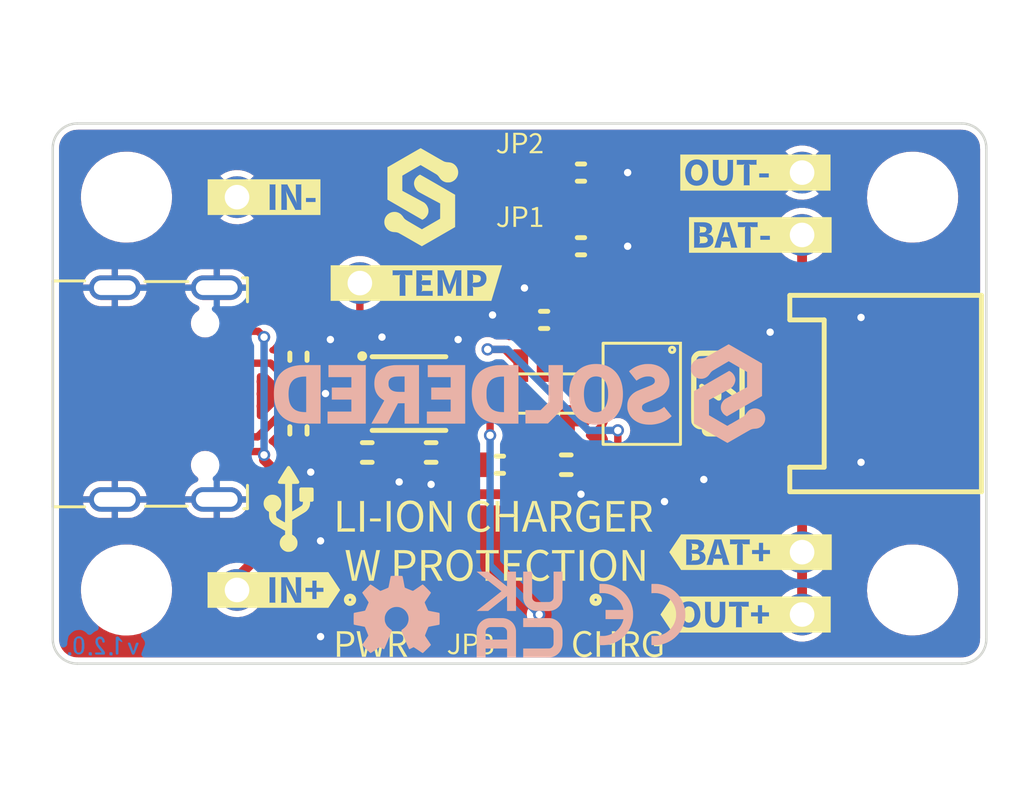
<source format=kicad_pcb>
(kicad_pcb (version 20211014) (generator pcbnew)
  (title_block (title "Li-ion charger with protection") (date "2024-07-15") (rev "V1.2.0.") (company "SOLDERED") (comment 1 "333014"))
  (layers (0 "F.Cu" mixed) (31 "B.Cu" signal) (34 "B.Paste" user) (35 "F.Paste" user) (36 "B.SilkS" user "B.Silkscreen") (37 "F.SilkS" user "F.Silkscreen") (38 "B.Mask" user) (39 "F.Mask" user) (44 "Edge.Cuts" user))
  (net 0 "")
  (net 1 "VUSB")
  (net 2 "GND")
  (net 3 "VBAT")
  (net 4 "GND_ISO")
  (net 5 "Net-(C3-Pad1)")
  (net 6 "Net-(D1-Pad1)")
  (net 7 "Net-(D2-Pad2)")
  (net 8 "PROG")
  (net 9 "Net-(JP1-Pad1)")
  (net 10 "Net-(JP2-Pad1)")
  (net 14 "Net-(K1-PadB5)")
  (net 18 "Net-(K1-PadA5)")
  (net 19 "TEMP")
  (net 20 "Net-(R6-Pad1)")
  (net 23 "OC")
  (net 24 "OD")
  (net 27 "Net-(JP3-Pad2)")
  (net 28 "Net-(R7-Pad2)")
  (footprint "e-radionica.com footprinti:HOLE_3.2mm" (layer "F.Cu") (at 128 110 -90)
    (fp_text reference "H4" hide)
    (fp_text value "HOLE_3.2mm" hide)
    (pad "" np_thru_hole circle locked (at 0 0 270) (size 3.2 3.2) (drill 3.2) (layers F&B.Cu *.Mask))
  )
  (footprint "kibuzzard-66950417" (layer "F.Cu") (at 111 109)
    (fp_text reference "kibuzzard-66950417" hide)
    (fp_text value "G***" hide)
  )
  (footprint "Soldered Graphics:Logo-Back-UKCA-3.5mm" (layer "F.Cu") (at 112 111)
    (fp_text reference "REF**" hide)
    (fp_text value "Logo-Back-UKCA-3.5mm" hide)
  )
  (footprint "e-radionica.com footprinti:0402LED" (layer "F.Cu") (at 116 111 180)
    (fp_text reference "D2")
    (fp_text value "red")
    (pad "1" smd rect locked (at -0.55 0 270) (size 0.75 0.45) (layers "F.Cu" "F.Paste" "F.Mask") (net 1 "VUSB"))
    (pad "2" smd rect locked (at 0.55 0 270) (size 0.75 0.45) (layers "F.Cu" "F.Paste" "F.Mask") (net 7 "Net-(D2-Pad2)"))
  )
  (footprint "e-radionica.com footprinti:TP4056M-MSOP8" (layer "F.Cu") (at 107.5 102)
    (fp_text reference "U1")
    (fp_text value "TP4056M")
    (pad "1" smd rect locked (at -1.975 -0.975) (size 1.35 0.45) (layers "F.Cu" "F.Paste" "F.Mask") (net 19 "TEMP"))
    (pad "2" smd rect locked (at -1.975 -0.325) (size 1.35 0.45) (layers "F.Cu" "F.Paste" "F.Mask") (net 8 "PROG"))
    (pad "3" smd rect locked (at -1.975 0.325) (size 1.35 0.45) (layers "F.Cu" "F.Paste" "F.Mask") (net 2 "GND"))
    (pad "4" smd rect locked (at -1.975 0.975) (size 1.35 0.45) (layers "F.Cu" "F.Paste" "F.Mask") (net 1 "VUSB"))
    (pad "5" smd rect locked (at 1.975 0.975) (size 1.35 0.45) (layers "F.Cu" "F.Paste" "F.Mask") (net 3 "VBAT"))
    (pad "6" smd rect locked (at 1.975 0.325) (size 1.35 0.45) (layers "F.Cu" "F.Paste" "F.Mask"))
    (pad "7" smd rect locked (at 1.975 -0.325) (size 1.35 0.45) (layers "F.Cu" "F.Paste" "F.Mask") (net 20 "Net-(R6-Pad1)"))
    (pad "8" smd rect locked (at 1.975 -0.975) (size 1.35 0.45) (layers "F.Cu" "F.Paste" "F.Mask") (net 1 "VUSB"))
  )
  (footprint "e-radionica.com footprinti:0603C" (layer "F.Cu") (at 113.9 104.9)
    (fp_text reference "C3")
    (fp_text value "100n")
    (pad "1" smd rect locked (at -0.73 0) (size 0.66 1) (layers "F.Cu" "F.Paste" "F.Mask") (net 5 "Net-(C3-Pad1)"))
    (pad "2" smd rect locked (at 0.73 0) (size 0.66 1) (layers "F.Cu" "F.Paste" "F.Mask") (net 4 "GND_ISO"))
  )
  (footprint "e-radionica.com footprinti:Sot23-6" (layer "F.Cu") (at 113 102 -90)
    (fp_text reference "U2")
    (fp_text value "DW01 (C686633)")
    (pad "1" smd rect locked (at -1.1375 -0.95 270) (size 1.325 0.6) (layers "F.Cu" "F.Paste" "F.Mask") (net 24 "OD"))
    (pad "2" smd rect locked (at -1.1375 0 270) (size 1.325 0.6) (layers "F.Cu" "F.Paste" "F.Mask") (net 28 "Net-(R7-Pad2)"))
    (pad "3" smd rect locked (at -1.1375 0.95 270) (size 1.325 0.6) (layers "F.Cu" "F.Paste" "F.Mask") (net 23 "OC"))
    (pad "4" smd rect locked (at 1.1375 0.95 270) (size 1.325 0.6) (layers "F.Cu" "F.Paste" "F.Mask"))
    (pad "5" smd rect locked (at 1.1375 0 270) (size 1.325 0.6) (layers "F.Cu" "F.Paste" "F.Mask") (net 5 "Net-(C3-Pad1)"))
    (pad "6" smd rect locked (at 1.1375 -0.95 270) (size 1.325 0.6) (layers "F.Cu" "F.Paste" "F.Mask") (net 4 "GND_ISO"))
  )
  (footprint "kibuzzard-66950472" (layer "F.Cu") (at 102 110)
    (fp_text reference "kibuzzard-66950472" hide)
    (fp_text value "G***" hide)
  )
  (footprint "e-radionica.com footprinti:0603R" (layer "F.Cu") (at 111.2 104.9 180)
    (fp_text reference "R8")
    (fp_text value "100R")
    (pad "1" smd rect locked (at -0.775 0 270) (size 1 0.64) (layers "F.Cu" "F.Paste" "F.Mask") (net 5 "Net-(C3-Pad1)"))
    (pad "2" smd rect locked (at 0.775 0 270) (size 1 0.64) (layers "F.Cu" "F.Paste" "F.Mask") (net 3 "VBAT"))
  )
  (footprint "kibuzzard-669504EC" (layer "F.Cu") (at 112 94.8)
    (fp_text reference "kibuzzard-669504EC" hide)
    (fp_text value "G***" hide)
  )
  (footprint "e-radionica.com footprinti:0402R" (layer "F.Cu") (at 108 111 180)
    (fp_text reference "R3")
    (fp_text value "2k2")
    (pad "1" smd rect locked (at -0.5 0 270) (size 0.64 0.54) (layers "F.Cu" "F.Paste" "F.Mask") (net 27 "Net-(JP3-Pad2)"))
    (pad "2" smd rect locked (at 0.5 0 270) (size 0.64 0.54) (layers "F.Cu" "F.Paste" "F.Mask") (net 6 "Net-(D1-Pad1)"))
  )
  (footprint "e-radionica.com footprinti:U262-161N-4BVC11" (layer "F.Cu") (at 96 102 90)
    (fp_text reference "K1")
    (fp_text value "U262-161N-4BVC11")
    (pad "" np_thru_hole circle (at 2.862 3.2 270) (size 0.65 0.65) (drill 0.65) (layers F&B.Cu *.Mask))
    (pad "" np_thru_hole circle (at -2.913 3.2 270) (size 0.65 0.65) (drill 0.65) (layers F&B.Cu *.Mask))
    (pad "A1" smd rect (at 3.337 4.475 270) (size 0.3 1.15) (layers "F.Cu" "F.Paste" "F.Mask") (net 2 "GND"))
    (pad "A4" smd rect (at 2.537 4.475 270) (size 0.3 1.15) (layers "F.Cu" "F.Paste" "F.Mask") (net 1 "VUSB"))
    (pad "A5" smd rect (at 1.237 4.475 270) (size 0.3 1.15) (layers "F.Cu" "F.Paste" "F.Mask") (net 18 "Net-(K1-PadA5)"))
    (pad "A6" smd rect (at 0.237 4.475 270) (size 0.3 1.15) (layers "F.Cu" "F.Paste" "F.Mask"))
    (pad "A7" smd rect (at -0.263 4.475 270) (size 0.3 1.15) (layers "F.Cu" "F.Paste" "F.Mask"))
    (pad "A8" smd rect (at -1.263 4.475 270) (size 0.3 1.15) (layers "F.Cu" "F.Paste" "F.Mask"))
    (pad "A9" smd rect (at -2.563 4.475 270) (size 0.3 1.15) (layers "F.Cu" "F.Paste" "F.Mask") (net 1 "VUSB"))
    (pad "A12" smd rect (at -3.338 4.475 270) (size 0.3 1.15) (layers "F.Cu" "F.Paste" "F.Mask") (net 2 "GND"))
    (pad "B1" smd rect (at -3.138 4.475 270) (size 0.3 1.15) (layers "F.Cu" "F.Paste" "F.Mask") (net 2 "GND"))
    (pad "B4" smd rect (at -2.363 4.475 270) (size 0.3 1.15) (layers "F.Cu" "F.Paste" "F.Mask") (net 1 "VUSB"))
    (pad "B5" smd rect (at -1.763 4.475 270) (size 0.3 1.15) (layers "F.Cu" "F.Paste" "F.Mask") (net 14 "Net-(K1-PadB5)"))
    (pad "B6" smd rect (at -0.763 4.475 270) (size 0.3 1.15) (layers "F.Cu" "F.Paste" "F.Mask"))
    (pad "B7" smd rect (at 0.737 4.475 270) (size 0.3 1.15) (layers "F.Cu" "F.Paste" "F.Mask"))
    (pad "B8" smd rect (at 1.737 4.475 270) (size 0.3 1.15) (layers "F.Cu" "F.Paste" "F.Mask"))
    (pad "B9" smd rect (at 2.337 4.475 270) (size 0.3 1.15) (layers "F.Cu" "F.Paste" "F.Mask") (net 1 "VUSB"))
    (pad "B12" smd rect (at 3.112 4.475 270) (size 0.3 1.15) (layers "F.Cu" "F.Paste" "F.Mask") (net 2 "GND"))
    (pad "SH" thru_hole oval (at -4.313 -0.475 270) (size 1 2.1) (drill oval 0.6 1.7) (layers *.Cu *.Mask) (net 2 "GND"))
    (pad "SH" thru_hole oval (at 4.312 3.675 270) (size 1 2.1) (drill oval 0.6 1.7) (layers *.Cu *.Mask) (net 2 "GND"))
    (pad "SH" thru_hole oval (at 4.312 -0.475 270) (size 1 2.1) (drill oval 0.6 1.7) (layers *.Cu *.Mask) (net 2 "GND"))
    (pad "SH" thru_hole oval (at -4.313 3.675 270) (size 1 2.1) (drill oval 0.6 1.7) (layers *.Cu *.Mask) (net 2 "GND"))
  )
  (footprint "kibuzzard-66950480" (layer "F.Cu") (at 101.6 94)
    (fp_text reference "kibuzzard-66950480" hide)
    (fp_text value "G***" hide)
  )
  (footprint "Soldered Graphics:Symbol-Front-USB" (layer "F.Cu") (at 102.6 106.7)
    (fp_text reference "G***" hide)
    (fp_text value "LOGO" hide)
  )
  (footprint "kibuzzard-66950404" (layer "F.Cu") (at 111 107)
    (fp_text reference "kibuzzard-66950404" hide)
    (fp_text value "G***" hide)
  )
  (footprint "e-radionica.com footprinti:0603R" (layer "F.Cu") (at 114.5 96 180)
    (fp_text reference "R4")
    (fp_text value "4k7")
    (pad "1" smd rect locked (at -0.775 0 270) (size 1 0.64) (layers "F.Cu" "F.Paste" "F.Mask") (net 2 "GND"))
    (pad "2" smd rect locked (at 0.775 0 270) (size 1 0.64) (layers "F.Cu" "F.Paste" "F.Mask") (net 9 "Net-(JP1-Pad1)"))
  )
  (footprint "kibuzzard-669504B1" (layer "F.Cu") (at 121.2 111)
    (fp_text reference "kibuzzard-669504B1" hide)
    (fp_text value "G***" hide)
  )
  (footprint "kibuzzard-66950503" (layer "F.Cu") (at 110 112.2)
    (fp_text reference "kibuzzard-66950503" hide)
    (fp_text value "G***" hide)
  )
  (footprint "Soldered Graphics:Logo-Back-OSH-3.5mm" (layer "F.Cu") (at 107 111)
    (fp_text reference "G***" hide)
    (fp_text value "LOGO" hide)
  )
  (footprint "e-radionica.com footprinti:HOLE_3.2mm" (layer "F.Cu") (at 96 94 -90)
    (fp_text reference "H1" hide)
    (fp_text value "HOLE_3.2mm" hide)
    (pad "" np_thru_hole circle locked (at 0 0 270) (size 3.2 3.2) (drill 3.2) (layers F&B.Cu *.Mask))
  )
  (footprint "Soldered Graphics:Symbol-Front-Battery" (layer "F.Cu") (at 120 102 -90)
    (fp_text reference "G***" hide)
    (fp_text value "LOGO" hide)
  )
  (footprint "e-radionica.com footprinti:FIDUCIAL_23" (layer "F.Cu") (at 95.5 102 -90)
    (fp_text reference "FD1")
    (fp_text value "FIDUCIAL")
    (fp_circle (center 0 0) (end 1 0) (layer "F.Cu") (width 0.2) (fill none))
    (pad "1" smd circle (at 0 0 270) (size 1 1) (layers "F.Cu" "F.Paste" "F.Mask") (clearance 1.1))
  )
  (footprint "e-radionica.com footprinti:JST-2pin-SMD" (layer "F.Cu") (at 126 102 -90)
    (fp_text reference "K7")
    (fp_text value "JST-2pin-SMD")
    (pad "" smd rect locked (at 3.3 -3.15 270) (size 1 3) (layers "F.Cu" "F.Paste" "F.Mask"))
    (pad "" smd rect locked (at -3.3 -3.15 270) (size 1 3) (layers "F.Cu" "F.Paste" "F.Mask"))
    (pad "1" smd rect locked (at 1 3.15 270) (size 1.1 2) (layers "F.Cu" "F.Paste" "F.Mask") (net 3 "VBAT"))
    (pad "2" smd rect locked (at -1 3.15 270) (size 1.1 2) (layers "F.Cu" "F.Paste" "F.Mask") (net 4 "GND_ISO"))
  )
  (footprint "e-radionica.com footprinti:0402LED" (layer "F.Cu") (at 106 111 180)
    (fp_text reference "D1")
    (fp_text value "purple")
    (pad "1" smd rect locked (at -0.55 0 270) (size 0.75 0.45) (layers "F.Cu" "F.Paste" "F.Mask") (net 6 "Net-(D1-Pad1)"))
    (pad "2" smd rect locked (at 0.55 0 270) (size 0.75 0.45) (layers "F.Cu" "F.Paste" "F.Mask") (net 2 "GND"))
  )
  (footprint "e-radionica.com footprinti:0402R" (layer "F.Cu") (at 114 111)
    (fp_text reference "R6")
    (fp_text value "2k2")
    (pad "1" smd rect locked (at -0.5 0 90) (size 0.64 0.54) (layers "F.Cu" "F.Paste" "F.Mask") (net 20 "Net-(R6-Pad1)"))
    (pad "2" smd rect locked (at 0.5 0 90) (size 0.64 0.54) (layers "F.Cu" "F.Paste" "F.Mask") (net 7 "Net-(D2-Pad2)"))
  )
  (footprint "kibuzzard-66950510" (layer "F.Cu") (at 106 112.2)
    (fp_text reference "kibuzzard-66950510" hide)
    (fp_text value "G***" hide)
  )
  (footprint "kibuzzard-669504E0" (layer "F.Cu") (at 112 91.8)
    (fp_text reference "kibuzzard-669504E0" hide)
    (fp_text value "G***" hide)
  )
  (footprint "Soldered Graphics:Logo-Back-SolderedFULL-20mm" (layer "F.Cu") (at 112 102)
    (fp_text reference "REF**" hide)
    (fp_text value "Logo-Front-SolderedFULL-20mm" hide)
  )
  (footprint "kibuzzard-6695049F" (layer "F.Cu") (at 121.8 95.54)
    (fp_text reference "kibuzzard-6695049F" hide)
    (fp_text value "G***" hide)
  )
  (footprint "kibuzzard-669504CA" (layer "F.Cu") (at 107.8 97.5)
    (fp_text reference "kibuzzard-669504CA" hide)
    (fp_text value "G***" hide)
  )
  (footprint "e-radionica.com footprinti:SMD_JUMPER" (layer "F.Cu") (at 112 96 180)
    (fp_text reference "JP1")
    (fp_text value "SMD_JUMPER")
    (pad "1" smd rect locked (at -0.35 0 180) (size 0.5 1) (layers "F.Cu" "F.Mask") (net 9 "Net-(JP1-Pad1)"))
    (pad "2" smd rect locked (at 0.35 0 180) (size 0.5 1) (layers "F.Cu" "F.Mask") (net 8 "PROG"))
  )
  (footprint "e-radionica.com footprinti:0603R" (layer "F.Cu") (at 114.5 93 180)
    (fp_text reference "R5")
    (fp_text value "2k49")
    (pad "1" smd rect locked (at -0.775 0 270) (size 1 0.64) (layers "F.Cu" "F.Paste" "F.Mask") (net 2 "GND"))
    (pad "2" smd rect locked (at 0.775 0 270) (size 1 0.64) (layers "F.Cu" "F.Paste" "F.Mask") (net 10 "Net-(JP2-Pad1)"))
  )
  (footprint "e-radionica.com footprinti:0603R" (layer "F.Cu") (at 113 99)
    (fp_text reference "R7")
    (fp_text value "1k")
    (pad "1" smd rect locked (at -0.775 0 90) (size 1 0.64) (layers "F.Cu" "F.Paste" "F.Mask") (net 2 "GND"))
    (pad "2" smd rect locked (at 0.775 0 90) (size 1 0.64) (layers "F.Cu" "F.Paste" "F.Mask") (net 28 "Net-(R7-Pad2)"))
  )
  (footprint "e-radionica.com footprinti:SMD-JUMPER-CONNECTED_TRACE_SLODERMASK" (layer "F.Cu") (at 110 111 180)
    (fp_text reference "JP3")
    (fp_text value "SMD-JUMPER-CONNECTED_TRACE_SLODERMASK")
    (fp_poly (pts (xy 0.1 0.1) (xy -0.1 0.1) (xy -0.1 -0.1) (xy 0.1 -0.1)) (layer "F.Cu") (width 0.1) (fill solid))
    (pad "1" smd rect locked (at -0.35 0 180) (size 0.5 1) (layers "F.Cu" "F.Mask") (net 1 "VUSB"))
    (pad "2" smd rect locked (at 0.35 0 180) (size 0.5 1) (layers "F.Cu" "F.Mask") (net 27 "Net-(JP3-Pad2)"))
  )
  (footprint "Soldered Graphics:Logo-Front-Soldered-4mm" (layer "F.Cu") (at 108 94)
    (fp_text reference "G***" hide)
    (fp_text value "LOGO" hide)
  )
  (footprint "e-radionica.com footprinti:TSSOP8" (layer "F.Cu") (at 117 102 -90)
    (fp_text reference "U3")
    (fp_text value "FS8205A")
    (pad "1" smd rect locked (at -2.95 -0.975 270) (size 1.45 0.45) (layers "F.Cu" "F.Paste" "F.Mask"))
    (pad "2" smd rect locked (at -2.95 -0.325 270) (size 1.45 0.45) (layers "F.Cu" "F.Paste" "F.Mask") (net 4 "GND_ISO"))
    (pad "3" smd rect locked (at -2.95 0.325 270) (size 1.45 0.45) (layers "F.Cu" "F.Paste" "F.Mask") (net 4 "GND_ISO"))
    (pad "4" smd rect locked (at -2.95 0.975 270) (size 1.45 0.45) (layers "F.Cu" "F.Paste" "F.Mask") (net 24 "OD"))
    (pad "5" smd rect locked (at 2.95 0.975 270) (size 1.45 0.45) (layers "F.Cu" "F.Paste" "F.Mask") (net 23 "OC"))
    (pad "6" smd rect locked (at 2.95 0.325 270) (size 1.45 0.45) (layers "F.Cu" "F.Paste" "F.Mask") (net 2 "GND"))
    (pad "7" smd rect locked (at 2.95 -0.325 270) (size 1.45 0.45) (layers "F.Cu" "F.Paste" "F.Mask") (net 2 "GND"))
    (pad "8" smd rect locked (at 2.95 -0.975 270) (size 1.45 0.45) (layers "F.Cu" "F.Paste" "F.Mask"))
  )
  (footprint "e-radionica.com footprinti:0603R" (layer "F.Cu") (at 103 103.5 -90)
    (fp_text reference "R1")
    (fp_text value "5k1")
    (pad "1" smd rect locked (at -0.775 0) (size 1 0.64) (layers "F.Cu" "F.Paste" "F.Mask") (net 14 "Net-(K1-PadB5)"))
    (pad "2" smd rect locked (at 0.775 0) (size 1 0.64) (layers "F.Cu" "F.Paste" "F.Mask") (net 2 "GND"))
  )
  (footprint "kibuzzard-669504AA" (layer "F.Cu") (at 121.4 108.46)
    (fp_text reference "kibuzzard-669504AA" hide)
    (fp_text value "G***" hide)
  )
  (footprint "kibuzzard-66950492" (layer "F.Cu") (at 121.6 93)
    (fp_text reference "kibuzzard-66950492" hide)
    (fp_text value "G***" hide)
  )
  (footprint "e-radionica.com footprinti:HOLE_3.2mm" (layer "F.Cu") (at 96 110 -90)
    (fp_text reference "H2" hide)
    (fp_text value "HOLE_3.2mm" hide)
    (pad "" np_thru_hole circle locked (at 0 0 270) (size 3.2 3.2) (drill 3.2) (layers F&B.Cu *.Mask))
  )
  (footprint "e-radionica.com footprinti:SMD_JUMPER_CONNECTED" (layer "F.Cu") (at 112 93 180)
    (fp_text reference "JP2")
    (fp_text value "SMD-JUMPER-CONNECTED")
    (pad "1" smd rect locked (at -0.35 0 180) (size 0.5 1) (layers "F.Cu" "F.Paste" "F.Mask") (net 10 "Net-(JP2-Pad1)"))
    (pad "2" smd rect locked (at 0.35 0 180) (size 0.5 1) (layers "F.Cu" "F.Paste" "F.Mask") (net 8 "PROG"))
  )
  (footprint "Soldered Graphics:Logo-Back-CE-3.5mm" (layer "F.Cu") (at 117 111)
    (fp_text reference "REF**" hide)
    (fp_text value "Logo-Back-CE-3.5mm" hide)
  )
  (footprint "e-radionica.com footprinti:0603C" (layer "F.Cu") (at 108.4 104.4)
    (fp_text reference "C2")
    (fp_text value "2u2")
    (pad "1" smd rect locked (at -0.73 0) (size 0.66 1) (layers "F.Cu" "F.Paste" "F.Mask") (net 2 "GND"))
    (pad "2" smd rect locked (at 0.73 0) (size 0.66 1) (layers "F.Cu" "F.Paste" "F.Mask") (net 3 "VBAT"))
  )
  (footprint "e-radionica.com footprinti:HOLE_3.2mm" (layer "F.Cu") (at 128 94 -90)
    (fp_text reference "H3" hide)
    (fp_text value "HOLE_3.2mm" hide)
    (pad "" np_thru_hole circle locked (at 0 0 270) (size 3.2 3.2) (drill 3.2) (layers F&B.Cu *.Mask))
  )
  (footprint "e-radionica.com footprinti:0603R" (layer "F.Cu") (at 103 100.5 90)
    (fp_text reference "R2")
    (fp_text value "5k1")
    (pad "1" smd rect locked (at -0.775 0 180) (size 1 0.64) (layers "F.Cu" "F.Paste" "F.Mask") (net 18 "Net-(K1-PadA5)"))
    (pad "2" smd rect locked (at 0.775 0 180) (size 1 0.64) (layers "F.Cu" "F.Paste" "F.Mask") (net 2 "GND"))
  )
  (footprint "kibuzzard-66950525" (layer "F.Cu") (at 116 112.2)
    (fp_text reference "kibuzzard-66950525" hide)
    (fp_text value "G***" hide)
  )
  (footprint "e-radionica.com footprinti:0603C" (layer "F.Cu") (at 105.8 104.4 180)
    (fp_text reference "C1")
    (fp_text value "2u2")
    (pad "1" smd rect locked (at -0.73 0 180) (size 0.66 1) (layers "F.Cu" "F.Paste" "F.Mask") (net 2 "GND"))
    (pad "2" smd rect locked (at 0.73 0 180) (size 0.66 1) (layers "F.Cu" "F.Paste" "F.Mask") (net 1 "VUSB"))
  )
  (footprint "e-radionica.com footprinti:HEADER_MALE_1X1" (layer "B.Cu") (at 105.5 97.5 90)
    (fp_text reference "K4")
    (fp_text value "HEADER_MALE_1X1")
    (pad "1" thru_hole circle locked (at 0 0 90) (size 1.7 1.7) (drill 1) (layers *.Cu *.Mask) (net 19 "TEMP"))
  )
  (footprint "e-radionica.com footprinti:HEADER_MALE_1X1" (layer "B.Cu") (at 100.5 110 90)
    (fp_text reference "K2")
    (fp_text value "HEADER_MALE_1X1")
    (pad "1" thru_hole circle locked (at 0 0 90) (size 1.7 1.7) (drill 1) (layers *.Cu *.Mask) (net 1 "VUSB"))
  )
  (footprint "e-radionica.com footprinti:HEADER_MALE_1X1" (layer "B.Cu") (at 123.5 111 90)
    (fp_text reference "K8")
    (fp_text value "HEADER_MALE_1X1")
    (pad "1" thru_hole circle locked (at 0 0 90) (size 1.7 1.7) (drill 1) (layers *.Cu *.Mask) (net 3 "VBAT"))
  )
  (footprint "e-radionica.com footprinti:HEADER_MALE_1X1" (layer "B.Cu") (at 123.5 93 90)
    (fp_text reference "K6")
    (fp_text value "HEADER_MALE_1X1")
    (pad "1" thru_hole circle locked (at 0 0 90) (size 1.7 1.7) (drill 1) (layers *.Cu *.Mask) (net 2 "GND"))
  )
  (footprint "e-radionica.com footprinti:HEADER_MALE_1X1" (layer "B.Cu") (at 123.5 95.54 90)
    (fp_text reference "K9")
    (fp_text value "HEADER_MALE_1X1")
    (pad "1" thru_hole circle locked (at 0 0 90) (size 1.7 1.7) (drill 1) (layers *.Cu *.Mask) (net 4 "GND_ISO"))
  )
  (footprint "Soldered Graphics:Version1.2.0" (layer "B.Cu") (at 95 112.3 180)
    (fp_text reference "REF**" hide)
    (fp_text value "Version1.2.0" hide)
    (fp_poly (pts (xy -0.64 -0.33) (xy -0.59 -0.33) (xy -0.57 -0.29) (xy -0.57 0.37) (xy -0.61 0.4) (xy -0.66 0.4) (xy -0.7 0.36) (xy -0.81 0.24) (xy -0.83 0.19) (xy -0.8 0.18) (xy -0.71 0.24) (xy -0.67 0.25) (xy -0.67 -0.29) (xy -0.64 -0.33)) (layer "B.Cu") (width 0.01) (fill solid))
    (fp_poly (pts (xy -1.3 -0.33) (xy -1.24 -0.33) (xy -1.22 -0.29) (xy -1.06 0.12) (xy -1.08 0.15) (xy -1.14 0.15) (xy -1.16 0.12) (xy -1.25 -0.14) (xy -1.27 -0.19) (xy -1.3 -0.15) (xy -1.38 0.11) (xy -1.41 0.15) (xy -1.47 0.15) (xy -1.49 0.12) (xy -1.33 -0.29) (xy -1.3 -0.33)) (layer "B.Cu") (width 0.01) (fill solid))
    (fp_poly (pts (xy -0.42 -0.36) (xy -0.37 -0.36) (xy -0.31 -0.35) (xy -0.31 -0.31) (xy -0.31 -0.25) (xy -0.35 -0.24) (xy -0.4 -0.24) (xy -0.43 -0.27) (xy -0.43 -0.32) (xy -0.42 -0.36)) (layer "B.Cu") (width 0.01) (fill solid))
    (fp_poly (pts (xy 1.26 -0.36) (xy 1.31 -0.36) (xy 1.37 -0.35) (xy 1.37 -0.31) (xy 1.37 -0.25) (xy 1.33 -0.24) (xy 1.28 -0.24) (xy 1.25 -0.27) (xy 1.25 -0.32) (xy 1.26 -0.36)) (layer "B.Cu") (width 0.01) (fill solid))
    (fp_poly (pts (xy -0.1 -0.33) (xy 0.23 -0.33) (xy 0.27 -0.31) (xy 0.27 -0.26) (xy 0.23 -0.25) (xy 0.01 -0.25) (xy 0.02 -0.21) (xy 0.19 0) (xy 0.22 0.05) (xy 0.24 0.1) (xy 0.26 0.15) (xy 0.26 0.2) (xy 0.25 0.26) (xy 0.24 0.31) (xy 0.21 0.34) (xy 0.16 0.38) (xy 0.11 0.4) (xy 0.05 0.4) (xy -0.01 0.38) (xy -0.05 0.34) (xy -0.08 0.31) (xy -0.1 0.26) (xy -0.11 0.21) (xy -0.1 0.16) (xy -0.04 0.16) (xy -0.02 0.2) (xy -0.01 0.25) (xy 0.02 0.29) (xy 0.07 0.31) (xy 0.12 0.31) (xy 0.16 0.26) (xy 0.17 0.21) (xy 0.16 0.16) (xy 0.15 0.11) (xy 0.12 0.06) (xy -0.09 -0.19) (xy -0.12 -0.24) (xy -0.12 -0.29) (xy -0.1 -0.33)) (layer "B.Cu") (width 0.01) (fill solid))
    (fp_poly (pts (xy 0.42 -0.36) (xy 0.47 -0.36) (xy 0.53 -0.35) (xy 0.53 -0.31) (xy 0.53 -0.25) (xy 0.49 -0.24) (xy 0.44 -0.24) (xy 0.41 -0.27) (xy 0.41 -0.32) (xy 0.42 -0.36)) (layer "B.Cu") (width 0.01) (fill solid))
    (fp_poly (pts (xy 0.92 -0.32) (xy 0.98 -0.32) (xy 1.03 -0.3) (xy 1 -0.25) (xy 0.9 -0.25) (xy 0.86 -0.22) (xy 0.84 -0.17) (xy 0.82 -0.12) (xy 0.82 -0.08) (xy 0.81 0.04) (xy 0.82 0.16) (xy 0.82 0.2) (xy 0.83 0.25) (xy 0.86 0.3) (xy 0.89 0.33) (xy 1 0.33) (xy 1.03 0.29) (xy 1.04 0.24) (xy 1.05 0.18) (xy 1.06 0.08) (xy 1.06 -0.05) (xy 1.05 -0.09) (xy 1.05 -0.14) (xy 1.03 -0.19) (xy 1.01 -0.24) (xy 1 -0.25) (xy 1.04 -0.29) (xy 1.08 -0.26) (xy 1.11 -0.23) (xy 1.13 -0.19) (xy 1.14 -0.13) (xy 1.15 -0.08) (xy 1.15 -0.03) (xy 1.15 0.09) (xy 1.15 0.15) (xy 1.14 0.2) (xy 1.13 0.25) (xy 1.12 0.3) (xy 1.09 0.33) (xy 1.05 0.37) (xy 1 0.4) (xy 0.94 0.41) (xy 0.89 0.41) (xy 0.83 0.38) (xy 0.79 0.34) (xy 0.77 0.31) (xy 0.74 0.26) (xy 0.73 0.21) (xy 0.73 0.16) (xy 0.72 0.11) (xy 0.72 -0.01) (xy 0.72 -0.07) (xy 0.73 -0.11) (xy 0.74 -0.17) (xy 0.76 -0.22) (xy 0.78 -0.25) (xy 0.82 -0.29) (xy 0.88 -0.32) (xy 0.92 -0.32)) (layer "B.Cu") (width 0.01) (fill solid))
  )
  (footprint "e-radionica.com footprinti:HEADER_MALE_1X1" (layer "B.Cu") (at 100.5 94 90)
    (fp_text reference "K3")
    (fp_text value "HEADER_MALE_1X1")
    (pad "1" thru_hole circle locked (at 0 0 90) (size 1.7 1.7) (drill 1) (layers *.Cu *.Mask) (net 2 "GND"))
  )
  (footprint "e-radionica.com footprinti:HEADER_MALE_1X1" (layer "B.Cu") (at 123.5 108.46 90)
    (fp_text reference "K5")
    (fp_text value "HEADER_MALE_1X1")
    (pad "1" thru_hole circle locked (at 0 0 90) (size 1.7 1.7) (drill 1) (layers *.Cu *.Mask) (net 3 "VBAT"))
  )
  (gr_arc (start 93 92) (mid 93.292893 91.292893) (end 94 91) (layer "Edge.Cuts") (width 0.1))
  (gr_arc (start 130 91) (mid 130.707107 91.292893) (end 131 92) (layer "Edge.Cuts") (width 0.1))
  (gr_arc (start 94 113) (mid 93.292893 112.707107) (end 93 112) (layer "Edge.Cuts") (width 0.1))
  (gr_arc (start 131 112) (mid 130.707107 112.707107) (end 130 113) (layer "Edge.Cuts") (width 0.1))
  (gr_line (start 130 113) (end 94 113) (layer "Edge.Cuts") (width 0.1))
  (gr_line (start 93 112) (end 93 92) (layer "Edge.Cuts") (width 0.1))
  (gr_line (start 131 92) (end 131 112) (layer "Edge.Cuts") (width 0.1))
  (gr_line (start 94 91) (end 130 91) (layer "Edge.Cuts") (width 0.1))
  (segment (start 104.05 105.95) (end 106.05 105.95) (width 0.3) (layer "F.Cu") (net 1))
  (segment (start 102.85 105.95) (end 104.05 105.95) (width 0.4) (layer "F.Cu") (net 1))
  (segment (start 106.05 105.95) (end 106.45 106.35) (width 0.3) (layer "F.Cu") (net 1))
  (segment (start 101.363 99.463) (end 101.6 99.7) (width 0.3) (layer "F.Cu") (net 1))
  (segment (start 105.07 104.93) (end 104.05 105.95) (width 0.4) (layer "F.Cu") (net 1))
  (segment (start 105.07 104.4) (end 105.07 104.93) (width 0.4) (layer "F.Cu") (net 1))
  (segment (start 116.55 111.75) (end 116.55 111) (width 0.3) (layer "F.Cu") (net 1))
  (segment (start 100.475 99.463) (end 101.363 99.463) (width 0.3) (layer "F.Cu") (net 1))
  (segment (start 100.475 104.363) (end 101.463 104.363) (width 0.3) (layer "F.Cu") (net 1))
  (segment (start 110.35 111) (end 110.35 111.35) (width 0.3) (layer "F.Cu") (net 1))
  (segment (start 108.675 101.025) (end 106.725 102.975) (width 0.3) (layer "F.Cu") (net 1))
  (segment (start 101.463 104.363) (end 101.6 104.5) (width 0.3) (layer "F.Cu") (net 1))
  (segment (start 106.725 102.975) (end 105.525 102.975) (width 0.3) (layer "F.Cu") (net 1))
  (segment (start 104.05 105.95) (end 100.5 109.5) (width 0.4) (layer "F.Cu") (net 1))
  (segment (start 111 112) (end 116.3 112) (width 0.3) (layer "F.Cu") (net 1))
  (segment (start 110.35 111.35) (end 111 112) (width 0.3) (layer "F.Cu") (net 1))
  (segment (start 105.07 103.43) (end 105.525 102.975) (width 0.4) (layer "F.Cu") (net 1))
  (segment (start 109.475 101.025) (end 108.675 101.025) (width 0.3) (layer "F.Cu") (net 1))
  (segment (start 101.6 104.7) (end 102.85 105.95) (width 0.4) (layer "F.Cu") (net 1))
  (segment (start 101.6 104.5) (end 101.6 104.7) (width 0.4) (layer "F.Cu") (net 1))
  (segment (start 100.5 109.5) (end 100.5 110) (width 0.4) (layer "F.Cu") (net 1))
  (segment (start 106.45 106.35) (end 110.35 110.25) (width 0.3) (layer "F.Cu") (net 1))
  (segment (start 105.07 104.4) (end 105.07 103.43) (width 0.4) (layer "F.Cu") (net 1))
  (segment (start 116.3 112) (end 116.55 111.75) (width 0.3) (layer "F.Cu") (net 1))
  (segment (start 110.35 110.25) (end 110.35 111) (width 0.3) (layer "F.Cu") (net 1))
  (via (at 101.6 104.5) (size 0.5) (drill 0.3) (layers "F.Cu" "B.Cu") (net 1))
  (via (at 101.6 99.7) (size 0.5) (drill 0.3) (layers "F.Cu" "B.Cu") (net 1))
  (segment (start 101.6 102.3) (end 101.6 104.5) (width 0.3) (layer "B.Cu") (net 1))
  (segment (start 101.6 99.7) (end 101.6 102.3) (width 0.3) (layer "B.Cu") (net 1))
  (via (at 125.9 104.8) (size 0.5) (drill 0.3) (layers "F.Cu" "B.Cu") (net 2))
  (via (at 117.9 106.4) (size 0.5) (drill 0.3) (layers "F.Cu" "B.Cu") (net 2))
  (via (at 104.3 99.8) (size 0.5) (drill 0.3) (layers "F.Cu" "B.Cu") (net 2))
  (via (at 107.1 105.6) (size 0.5) (drill 0.3) (layers "F.Cu" "B.Cu") (net 2))
  (via (at 104.1 102) (size 0.5) (drill 0.3) (layers "F.Cu" "B.Cu") (net 2))
  (via (at 114.5 106.1) (size 0.5) (drill 0.3) (layers "F.Cu" "B.Cu") (net 2))
  (via (at 106.4 99.7) (size 0.5) (drill 0.3) (layers "F.Cu" "B.Cu") (net 2))
  (via (at 119.5 105.5) (size 0.5) (drill 0.3) (layers "F.Cu" "B.Cu") (net 2))
  (via (at 108.4 105.7) (size 0.5) (drill 0.3) (layers "F.Cu" "B.Cu") (net 2))
  (via (at 125.9 98.9) (size 0.5) (drill 0.3) (layers "F.Cu" "B.Cu") (net 2))
  (via (at 103.9 108) (size 0.5) (drill 0.3) (layers "F.Cu" "B.Cu") (net 2))
  (via (at 116.4 93) (size 0.5) (drill 0.3) (layers "F.Cu" "B.Cu") (net 2))
  (via (at 122.2 99.5) (size 0.5) (drill 0.3) (layers "F.Cu" "B.Cu") (net 2))
  (via (at 110.9 98.8) (size 0.5) (drill 0.3) (layers "F.Cu" "B.Cu") (net 2))
  (via (at 103.9 111.9) (size 0.5) (drill 0.3) (layers "F.Cu" "B.Cu") (net 2))
  (via (at 103.5 105.2) (size 0.5) (drill 0.3) (layers "F.Cu" "B.Cu") (net 2))
  (via (at 109.5 99.8) (size 0.5) (drill 0.3) (layers "F.Cu" "B.Cu") (net 2))
  (via (at 112.2 97.7) (size 0.5) (drill 0.3) (layers "F.Cu" "B.Cu") (net 2))
  (via (at 116.4 96) (size 0.5) (drill 0.3) (layers "F.Cu" "B.Cu") (net 2))
  (segment (start 109.13 103.32) (end 109.475 102.975) (width 0.4) (layer "F.Cu") (net 3))
  (segment (start 109.13 104.4) (end 109.13 103.32) (width 0.4) (layer "F.Cu") (net 3))
  (segment (start 110.425 104.9) (end 110.3 104.9) (width 0.25) (layer "F.Cu") (net 3))
  (segment (start 123.5 103.65) (end 122.85 103) (width 0.4) (layer "F.Cu") (net 3))
  (segment (start 109.13 105.33) (end 109.13 104.4) (width 0.4) (layer "F.Cu") (net 3))
  (segment (start 123.5 108.46) (end 123.5 111) (width 0.4) (layer "F.Cu") (net 3))
  (segment (start 109.9 106.1) (end 111.4 106.1) (width 0.4) (layer "F.Cu") (net 3))
  (segment (start 111.4 106.1) (end 113.76 108.46) (width 0.4) (layer "F.Cu") (net 3))
  (segment (start 123.5 108.46) (end 123.5 103.65) (width 0.4) (layer "F.Cu") (net 3))
  (segment (start 109.9 106.1) (end 109.13 105.33) (width 0.4) (layer "F.Cu") (net 3))
  (segment (start 109.8 104.4) (end 109.13 104.4) (width 0.25) (layer "F.Cu") (net 3))
  (segment (start 113.76 108.46) (end 123.5 108.46) (width 0.4) (layer "F.Cu") (net 3))
  (segment (start 110.3 104.9) (end 109.8 104.4) (width 0.25) (layer "F.Cu") (net 3))
  (segment (start 116.8 101) (end 116.675 101.125) (width 0.4) (layer "F.Cu") (net 4))
  (segment (start 123.5 95.54) (end 123.5 100.35) (width 0.4) (layer "F.Cu") (net 4))
  (segment (start 117.325 99.05) (end 117.325 100.475) (width 0.4) (layer "F.Cu") (net 4))
  (segment (start 114.6625 103.1375) (end 116.675 101.125) (width 0.4) (layer "F.Cu") (net 4))
  (segment (start 114.63 104.33) (end 114.63 104.9) (width 0.4) (layer "F.Cu") (net 4))
  (segment (start 122.85 101) (end 116.8 101) (width 0.4) (layer "F.Cu") (net 4))
  (segment (start 113.95 103.65) (end 114.63 104.33) (width 0.4) (layer "F.Cu") (net 4))
  (segment (start 116.675 101.125) (end 116.675 99.05) (width 0.4) (layer "F.Cu") (net 4))
  (segment (start 113.95 103.1375) (end 113.95 103.65) (width 0.4) (layer "F.Cu") (net 4))
  (segment (start 123.5 100.35) (end 122.85 101) (width 0.4) (layer "F.Cu") (net 4))
  (segment (start 117.325 100.475) (end 116.675 101.125) (width 0.4) (layer "F.Cu") (net 4))
  (segment (start 113.95 103.1375) (end 114.6625 103.1375) (width 0.4) (layer "F.Cu") (net 4))
  (segment (start 113 104.2) (end 113.17 104.37) (width 0.3) (layer "F.Cu") (net 5))
  (segment (start 113.17 104.37) (end 113.17 104.9) (width 0.3) (layer "F.Cu") (net 5))
  (segment (start 113 103.1375) (end 113 104.2) (width 0.3) (layer "F.Cu") (net 5))
  (segment (start 111.975 104.9) (end 113.17 104.9) (width 0.25) (layer "F.Cu") (net 5))
  (segment (start 107.5 111) (end 106.55 111) (width 0.3) (layer "F.Cu") (net 6))
  (segment (start 114.5 111) (end 115.45 111) (width 0.25) (layer "F.Cu") (net 7))
  (segment (start 111.65 96) (end 111.65 93) (width 0.3) (layer "F.Cu") (net 8))
  (segment (start 106.275 101.675) (end 111.65 96.3) (width 0.3) (layer "F.Cu") (net 8))
  (segment (start 111.65 96.3) (end 111.65 96) (width 0.3) (layer "F.Cu") (net 8))
  (segment (start 105.525 101.675) (end 106.275 101.675) (width 0.3) (layer "F.Cu") (net 8))
  (segment (start 112.35 96) (end 113.725 96) (width 0.3) (layer "F.Cu") (net 9))
  (segment (start 112.35 93) (end 113.725 93) (width 0.3) (layer "F.Cu") (net 10))
  (segment (start 101.337 103.763) (end 102.375 102.725) (width 0.3) (layer "F.Cu") (net 14))
  (segment (start 102.375 102.725) (end 103 102.725) (width 0.3) (layer "F.Cu") (net 14))
  (segment (start 100.475 103.763) (end 101.337 103.763) (width 0.3) (layer "F.Cu") (net 14))
  (segment (start 100.475 100.763) (end 101.863 100.763) (width 0.3) (layer "F.Cu") (net 18))
  (segment (start 101.863 100.763) (end 102.375 101.275) (width 0.3) (layer "F.Cu") (net 18))
  (segment (start 102.375 101.275) (end 103 101.275) (width 0.3) (layer "F.Cu") (net 18))
  (segment (start 105.5 97.5) (end 105.5 101) (width 0.3) (layer "F.Cu") (net 19))
  (segment (start 105.5 101) (end 105.525 101.025) (width 0.3) (layer "F.Cu") (net 19))
  (segment (start 110.8 102) (end 110.5 101.7) (width 0.3) (layer "F.Cu") (net 20))
  (segment (start 110.8 103.7) (end 110.8 102) (width 0.3) (layer "F.Cu") (net 20))
  (segment (start 110.5 101.7) (end 109.5 101.7) (width 0.3) (layer "F.Cu") (net 20))
  (segment (start 112.8 111) (end 113.5 111) (width 0.3) (layer "F.Cu") (net 20))
  (segment (start 109.5 101.7) (end 109.475 101.675) (width 0.3) (layer "F.Cu") (net 20))
  (via (at 110.8 103.7) (size 0.5) (drill 0.3) (layers "F.Cu" "B.Cu") (net 20))
  (via (at 112.8 111) (size 0.5) (drill 0.3) (layers "F.Cu" "B.Cu") (net 20))
  (segment (start 110.8 103.7) (end 110.8 109) (width 0.3) (layer "B.Cu") (net 20))
  (segment (start 110.8 109) (end 112.8 111) (width 0.3) (layer "B.Cu") (net 20))
  (segment (start 116 103.5) (end 116 104.925) (width 0.3) (layer "F.Cu") (net 23))
  (segment (start 111.3875 100.2) (end 112.05 100.8625) (width 0.3) (layer "F.Cu") (net 23))
  (segment (start 110.7 100.2) (end 111.3875 100.2) (width 0.3) (layer "F.Cu") (net 23))
  (segment (start 116 104.925) (end 116.025 104.95) (width 0.3) (layer "F.Cu") (net 23))
  (via (at 116 103.5) (size 0.5) (drill 0.3) (layers "F.Cu" "B.Cu") (net 23))
  (via (at 110.7 100.2) (size 0.5) (drill 0.3) (layers "F.Cu" "B.Cu") (net 23))
  (segment (start 114.8 103.5) (end 116 103.5) (width 0.3) (layer "B.Cu") (net 23))
  (segment (start 110.7 100.2) (end 111.5 100.2) (width 0.3) (layer "B.Cu") (net 23))
  (segment (start 111.5 100.2) (end 114.8 103.5) (width 0.3) (layer "B.Cu") (net 23))
  (segment (start 115.45 99.05) (end 116.025 99.05) (width 0.3) (layer "F.Cu") (net 24))
  (segment (start 113.95 100.55) (end 115.45 99.05) (width 0.3) (layer "F.Cu") (net 24))
  (segment (start 113.95 100.8625) (end 113.95 100.55) (width 0.3) (layer "F.Cu") (net 24))
  (segment (start 109.65 111) (end 108.5 111) (width 0.25) (layer "F.Cu") (net 27))
  (segment (start 113.775 99) (end 113.775 99.325) (width 0.25) (layer "F.Cu") (net 28))
  (segment (start 113.775 99.325) (end 113 100.1) (width 0.25) (layer "F.Cu") (net 28))
  (segment (start 113 100.1) (end 113 100.8625) (width 0.25) (layer "F.Cu") (net 28))
  (zone (net 0) (net_name "") (layer "F.Cu") (connect_pads (clearance 0)) (min_thickness 0.254)
    (keepout (tracks not_allowed) (vias not_allowed) (pads not_allowed) (copperpour not_allowed) (footprints allowed))
    (fill (thermal_gap 0.508) (thermal_bridge_width 0.508))
    (polygon (pts (xy 116.9 105.7) (xy 116.9 104.2) (xy 117.1 104.2) (xy 117.1 105.7)))
  )
  (zone (net 2) (net_name "GND") (layers F&B.Cu) (connect_pads (clearance 0.254)) (min_thickness 0.254) (fill yes (thermal_gap 0.254) (thermal_bridge_width 0.254))
    (polygon (pts (xy 93 113) (xy 93 91) (xy 131 91) (xy 131 113)))
  )
)
</source>
